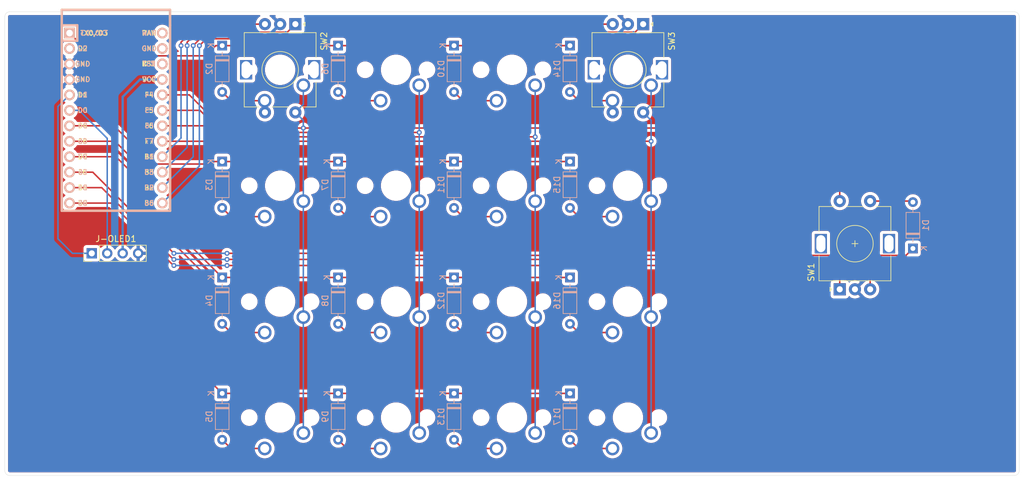
<source format=kicad_pcb>
(kicad_pcb (version 20171130) (host pcbnew "(5.1.9)-1")
  (layers (0 F.Cu signal) (31 B.Cu signal) (34 B.Paste user) (35 F.Paste user) (36 B.SilkS user) (37 F.SilkS user) (38 B.Mask user) (39 F.Mask user) (44 Edge.Cuts user))
  (net 0 "")
  (net 1 +5V)
  (net 2 R0)
  (net 3 "Net-(D1-Pad2)")
  (net 4 R1)
  (net 5 "Net-(D2-Pad2)")
  (net 6 "Net-(D3-Pad2)")
  (net 7 R2)
  (net 8 "Net-(D4-Pad2)")
  (net 9 R3)
  (net 10 "Net-(D5-Pad2)")
  (net 11 R4)
  (net 12 "Net-(D6-Pad2)")
  (net 13 "Net-(D7-Pad2)")
  (net 14 "Net-(D8-Pad2)")
  (net 15 "Net-(D9-Pad2)")
  (net 16 "Net-(D10-Pad2)")
  (net 17 "Net-(D11-Pad2)")
  (net 18 "Net-(D12-Pad2)")
  (net 19 "Net-(D13-Pad2)")
  (net 20 "Net-(D14-Pad2)")
  (net 21 "Net-(D15-Pad2)")
  (net 22 "Net-(D16-Pad2)")
  (net 23 "Net-(D17-Pad2)")
  (net 24 SDA)
  (net 25 SCL)
  (net 26 C0)
  (net 27 C1)
  (net 28 C2)
  (net 29 C3)
  (net 30 ENC0-1)
  (net 31 ENC0-0)
  (net 32 ENC1-0)
  (net 33 ENC1-1)
  (net 34 ENC2-1)
  (net 35 ENC2-0)
  (net 36 "Net-(U1-Pad22)")
  (net 37 "Net-(U1-Pad23)")
  (net 38 "Net-(U1-Pad24)")
  (net 39 GND)
  (net 40 "Net-(U1-Pad2)")
  (module MX_Only:MXOnly-1U-NoLED (layer F.Cu) (at 93.6625 80.9625 180)
    (fp_text reference MX2)
    (fp_text value MX-LED)
    (pad "" np_thru_hole circle (at 5.08 0 228.0996) (size 1.75 1.75) (drill 1.75) (layers *.Cu *.Mask))
    (pad "" np_thru_hole circle (at -5.08 0 228.0996) (size 1.75 1.75) (drill 1.75) (layers *.Cu *.Mask))
    (pad 1 thru_hole circle (at -3.81 -2.54 180) (size 2.25 2.25) (drill 1.47) (layers *.Cu B.Mask) (net 26 C0))
    (pad "" np_thru_hole circle (at 0 0 180) (size 3.9878 3.9878) (drill 3.9878) (layers *.Cu *.Mask))
    (pad 2 thru_hole circle (at 2.54 -5.08 180) (size 2.25 2.25) (drill 1.47) (layers *.Cu B.Mask) (net 6 "Net-(D3-Pad2)"))
  )
  (module Diode_THT:D_DO-35_SOD27_P7.62mm_Horizontal (layer B.Cu) (at 141.2875 115.09375 270)
    (fp_text reference D17 (at 3.81 2.12 90) (layer B.SilkS) (effects (justify mirror)))
    (fp_text value 1N4148)
    (fp_text user K (at 0 1.8 90) (layer B.SilkS) (effects (justify mirror)))
    (pad 2 thru_hole oval (at 7.62 0 270) (size 1.6 1.6) (drill 0.8) (layers *.Cu *.Mask) (net 23 "Net-(D17-Pad2)"))
    (pad 1 thru_hole rect (at 0 0 270) (size 1.6 1.6) (drill 0.8) (layers *.Cu *.Mask) (net 11 R4))
  )
  (module Diode_THT:D_DO-35_SOD27_P7.62mm_Horizontal (layer B.Cu) (at 141.2875 96.04375 270)
    (fp_text reference D16 (at 3.81 2.12 90) (layer B.SilkS) (effects (justify mirror)))
    (fp_text value 1N4148)
    (fp_text user K (at 0 1.8 90) (layer B.SilkS) (effects (justify mirror)))
    (pad 2 thru_hole oval (at 7.62 0 270) (size 1.6 1.6) (drill 0.8) (layers *.Cu *.Mask) (net 22 "Net-(D16-Pad2)"))
    (pad 1 thru_hole rect (at 0 0 270) (size 1.6 1.6) (drill 0.8) (layers *.Cu *.Mask) (net 9 R3))
  )
  (module Diode_THT:D_DO-35_SOD27_P7.62mm_Horizontal (layer B.Cu) (at 141.2875 76.99375 270)
    (fp_text reference D15 (at 3.81 2.12 90) (layer B.SilkS) (effects (justify mirror)))
    (fp_text value 1N4148)
    (fp_text user K (at 0 1.8 90) (layer B.SilkS) (effects (justify mirror)))
    (pad 2 thru_hole oval (at 7.62 0 270) (size 1.6 1.6) (drill 0.8) (layers *.Cu *.Mask) (net 21 "Net-(D15-Pad2)"))
    (pad 1 thru_hole rect (at 0 0 270) (size 1.6 1.6) (drill 0.8) (layers *.Cu *.Mask) (net 7 R2))
  )
  (module Diode_THT:D_DO-35_SOD27_P7.62mm_Horizontal (layer B.Cu) (at 141.2875 57.94375 270)
    (fp_text reference D14 (at 3.81 2.12 90) (layer B.SilkS) (effects (justify mirror)))
    (fp_text value 1N4148)
    (fp_text user K (at 0 1.8 90) (layer B.SilkS) (effects (justify mirror)))
    (pad 2 thru_hole oval (at 7.62 0 270) (size 1.6 1.6) (drill 0.8) (layers *.Cu *.Mask) (net 20 "Net-(D14-Pad2)"))
    (pad 1 thru_hole rect (at 0 0 270) (size 1.6 1.6) (drill 0.8) (layers *.Cu *.Mask) (net 4 R1))
  )
  (module Diode_THT:D_DO-35_SOD27_P7.62mm_Horizontal (layer B.Cu) (at 122.2375 115.09375 270)
    (fp_text reference D13 (at 3.81 2.12 90) (layer B.SilkS) (effects (justify mirror)))
    (fp_text value 1N4148)
    (fp_text user K (at 0 1.8 90) (layer B.SilkS) (effects (justify mirror)))
    (pad 2 thru_hole oval (at 7.62 0 270) (size 1.6 1.6) (drill 0.8) (layers *.Cu *.Mask) (net 19 "Net-(D13-Pad2)"))
    (pad 1 thru_hole rect (at 0 0 270) (size 1.6 1.6) (drill 0.8) (layers *.Cu *.Mask) (net 11 R4))
  )
  (module Diode_THT:D_DO-35_SOD27_P7.62mm_Horizontal (layer B.Cu) (at 122.2375 96.04375 270)
    (fp_text reference D12 (at 3.81 2.12 90) (layer B.SilkS) (effects (justify mirror)))
    (fp_text value 1N4148)
    (fp_text user K (at 0 1.8 90) (layer B.SilkS) (effects (justify mirror)))
    (pad 2 thru_hole oval (at 7.62 0 270) (size 1.6 1.6) (drill 0.8) (layers *.Cu *.Mask) (net 18 "Net-(D12-Pad2)"))
    (pad 1 thru_hole rect (at 0 0 270) (size 1.6 1.6) (drill 0.8) (layers *.Cu *.Mask) (net 9 R3))
  )
  (module Diode_THT:D_DO-35_SOD27_P7.62mm_Horizontal (layer B.Cu) (at 122.2375 76.99375 270)
    (fp_text reference D11 (at 3.81 2.12 90) (layer B.SilkS) (effects (justify mirror)))
    (fp_text value 1N4148)
    (fp_text user K (at 0 1.8 90) (layer B.SilkS) (effects (justify mirror)))
    (pad 2 thru_hole oval (at 7.62 0 270) (size 1.6 1.6) (drill 0.8) (layers *.Cu *.Mask) (net 17 "Net-(D11-Pad2)"))
    (pad 1 thru_hole rect (at 0 0 270) (size 1.6 1.6) (drill 0.8) (layers *.Cu *.Mask) (net 7 R2))
  )
  (module Diode_THT:D_DO-35_SOD27_P7.62mm_Horizontal (layer B.Cu) (at 122.2375 57.94375 270)
    (fp_text reference D10 (at 3.81 2.12 90) (layer B.SilkS) (effects (justify mirror)))
    (fp_text value 1N4148)
    (fp_text user K (at 0 1.8 90) (layer B.SilkS) (effects (justify mirror)))
    (pad 2 thru_hole oval (at 7.62 0 270) (size 1.6 1.6) (drill 0.8) (layers *.Cu *.Mask) (net 16 "Net-(D10-Pad2)"))
    (pad 1 thru_hole rect (at 0 0 270) (size 1.6 1.6) (drill 0.8) (layers *.Cu *.Mask) (net 4 R1))
  )
  (module Diode_THT:D_DO-35_SOD27_P7.62mm_Horizontal (layer B.Cu) (at 103.1875 115.09375 270)
    (fp_text reference D9 (at 3.81 2.12 90) (layer B.SilkS) (effects (justify mirror)))
    (fp_text value 1N4148)
    (fp_text user K (at 0 1.8 90) (layer B.SilkS) (effects (justify mirror)))
    (pad 2 thru_hole oval (at 7.62 0 270) (size 1.6 1.6) (drill 0.8) (layers *.Cu *.Mask) (net 15 "Net-(D9-Pad2)"))
    (pad 1 thru_hole rect (at 0 0 270) (size 1.6 1.6) (drill 0.8) (layers *.Cu *.Mask) (net 11 R4))
  )
  (module Diode_THT:D_DO-35_SOD27_P7.62mm_Horizontal (layer B.Cu) (at 103.1875 96.04375 270)
    (fp_text reference D8 (at 3.81 2.12 90) (layer B.SilkS) (effects (justify mirror)))
    (fp_text value 1N4148)
    (fp_text user K (at 0 1.8 90) (layer B.SilkS) (effects (justify mirror)))
    (pad 2 thru_hole oval (at 7.62 0 270) (size 1.6 1.6) (drill 0.8) (layers *.Cu *.Mask) (net 14 "Net-(D8-Pad2)"))
    (pad 1 thru_hole rect (at 0 0 270) (size 1.6 1.6) (drill 0.8) (layers *.Cu *.Mask) (net 9 R3))
  )
  (module Diode_THT:D_DO-35_SOD27_P7.62mm_Horizontal (layer B.Cu) (at 103.1875 76.99375 270)
    (fp_text reference D7 (at 3.81 2.12 90) (layer B.SilkS) (effects (justify mirror)))
    (fp_text value 1N4148)
    (fp_text user K (at 0 1.8 90) (layer B.SilkS) (effects (justify mirror)))
    (pad 2 thru_hole oval (at 7.62 0 270) (size 1.6 1.6) (drill 0.8) (layers *.Cu *.Mask) (net 13 "Net-(D7-Pad2)"))
    (pad 1 thru_hole rect (at 0 0 270) (size 1.6 1.6) (drill 0.8) (layers *.Cu *.Mask) (net 7 R2))
  )
  (module Diode_THT:D_DO-35_SOD27_P7.62mm_Horizontal (layer B.Cu) (at 103.1875 57.94375 270)
    (fp_text reference D6 (at 3.81 2.12 90) (layer B.SilkS) (effects (justify mirror)))
    (fp_text value 1N4148)
    (fp_text user K (at 0 1.8 90) (layer B.SilkS) (effects (justify mirror)))
    (pad 2 thru_hole oval (at 7.62 0 270) (size 1.6 1.6) (drill 0.8) (layers *.Cu *.Mask) (net 12 "Net-(D6-Pad2)"))
    (pad 1 thru_hole rect (at 0 0 270) (size 1.6 1.6) (drill 0.8) (layers *.Cu *.Mask) (net 4 R1))
  )
  (module Diode_THT:D_DO-35_SOD27_P7.62mm_Horizontal (layer B.Cu) (at 84.1375 115.09375 270)
    (fp_text reference D5 (at 3.81 2.12 90) (layer B.SilkS) (effects (justify mirror)))
    (fp_text value 1N4148)
    (fp_text user K (at 0 1.8 90) (layer B.SilkS) (effects (justify mirror)))
    (pad 2 thru_hole oval (at 7.62 0 270) (size 1.6 1.6) (drill 0.8) (layers *.Cu *.Mask) (net 10 "Net-(D5-Pad2)"))
    (pad 1 thru_hole rect (at 0 0 270) (size 1.6 1.6) (drill 0.8) (layers *.Cu *.Mask) (net 11 R4))
  )
  (module Diode_THT:D_DO-35_SOD27_P7.62mm_Horizontal (layer B.Cu) (at 84.1375 96.04375 270)
    (fp_text reference D4 (at 3.81 2.12 90) (layer B.SilkS) (effects (justify mirror)))
    (fp_text value 1N4148)
    (fp_text user K (at 0 1.8 90) (layer B.SilkS) (effects (justify mirror)))
    (pad 2 thru_hole oval (at 7.62 0 270) (size 1.6 1.6) (drill 0.8) (layers *.Cu *.Mask) (net 8 "Net-(D4-Pad2)"))
    (pad 1 thru_hole rect (at 0 0 270) (size 1.6 1.6) (drill 0.8) (layers *.Cu *.Mask) (net 9 R3))
  )
  (module Diode_THT:D_DO-35_SOD27_P7.62mm_Horizontal (layer B.Cu) (at 84.1375 76.99375 270)
    (fp_text reference D3 (at 3.81 2.12 90) (layer B.SilkS) (effects (justify mirror)))
    (fp_text value 1N4148)
    (fp_text user K (at 0 1.8 90) (layer B.SilkS) (effects (justify mirror)))
    (pad 2 thru_hole oval (at 7.62 0 270) (size 1.6 1.6) (drill 0.8) (layers *.Cu *.Mask) (net 6 "Net-(D3-Pad2)"))
    (pad 1 thru_hole rect (at 0 0 270) (size 1.6 1.6) (drill 0.8) (layers *.Cu *.Mask) (net 7 R2))
  )
  (module Diode_THT:D_DO-35_SOD27_P7.62mm_Horizontal (layer B.Cu) (at 84.1375 57.94375 270)
    (fp_text reference D2 (at 3.81 2.12 90) (layer B.SilkS) (effects (justify mirror)))
    (fp_text value 1N4148)
    (fp_text user K (at 0 1.8 90) (layer B.SilkS) (effects (justify mirror)))
    (pad 2 thru_hole oval (at 7.62 0 270) (size 1.6 1.6) (drill 0.8) (layers *.Cu *.Mask) (net 5 "Net-(D2-Pad2)"))
    (pad 1 thru_hole rect (at 0 0 270) (size 1.6 1.6) (drill 0.8) (layers *.Cu *.Mask) (net 4 R1))
  )
  (module Diode_THT:D_DO-35_SOD27_P7.62mm_Horizontal (layer B.Cu) (at 197.64375 91.28125 90)
    (fp_text reference D1 (at 3.81 2.12 90) (layer B.SilkS) (effects (justify mirror)))
    (fp_text value 1N4148)
    (fp_text user K (at 0 1.8 90) (layer B.SilkS) (effects (justify mirror)))
    (pad 2 thru_hole oval (at 7.62 0 90) (size 1.6 1.6) (drill 0.8) (layers *.Cu *.Mask) (net 3 "Net-(D1-Pad2)"))
    (pad 1 thru_hole rect (at 0 0 90) (size 1.6 1.6) (drill 0.8) (layers *.Cu *.Mask) (net 2 R0))
  )
  (module Rotary_Encoder:RotaryEncoder_Alps_EC11E-Switch_Vertical_H20mm (layer F.Cu) (at 93.6625 61.9125 270)
    (fp_text reference SW2 (at -4.7 -7.2 90) (layer F.SilkS))
    (fp_text value Rotary_Encoder_Switch)
    (pad A thru_hole rect (at -7.5 -2.5 270) (size 2 2) (drill 1) (layers *.Cu *.Mask) (net 32 ENC1-0))
    (pad C thru_hole circle (at -7.5 0 270) (size 2 2) (drill 1) (layers *.Cu *.Mask) (net 39 GND))
    (pad B thru_hole circle (at -7.5 2.5 270) (size 2 2) (drill 1) (layers *.Cu *.Mask) (net 33 ENC1-1))
    (pad MP thru_hole rect (at 0 -5.6 270) (size 3.2 2) (drill oval 2.8 1.5) (layers *.Cu *.Mask))
    (pad MP thru_hole rect (at 0 5.6 270) (size 3.2 2) (drill oval 2.8 1.5) (layers *.Cu *.Mask))
    (pad S2 thru_hole circle (at 7 -2.5 270) (size 2 2) (drill 1) (layers *.Cu *.Mask) (net 26 C0))
    (pad S1 thru_hole circle (at 7 2.5 270) (size 2 2) (drill 1) (layers *.Cu *.Mask) (net 5 "Net-(D2-Pad2)"))
  )
  (module Rotary_Encoder:RotaryEncoder_Alps_EC11E-Switch_Vertical_H20mm (layer F.Cu) (at 150.8125 61.9125 270)
    (fp_text reference SW3 (at -4.7 -7.2 270) (layer F.SilkS))
    (fp_text value Rotary_Encoder_Switch)
    (pad S1 thru_hole circle (at 7 2.5 270) (size 2 2) (drill 1) (layers *.Cu *.Mask) (net 20 "Net-(D14-Pad2)"))
    (pad S2 thru_hole circle (at 7 -2.5 270) (size 2 2) (drill 1) (layers *.Cu *.Mask) (net 29 C3))
    (pad MP thru_hole rect (at 0 5.6 270) (size 3.2 2) (drill oval 2.8 1.5) (layers *.Cu *.Mask))
    (pad MP thru_hole rect (at 0 -5.6 270) (size 3.2 2) (drill oval 2.8 1.5) (layers *.Cu *.Mask))
    (pad B thru_hole circle (at -7.5 2.5 270) (size 2 2) (drill 1) (layers *.Cu *.Mask) (net 34 ENC2-1))
    (pad C thru_hole circle (at -7.5 0 270) (size 2 2) (drill 1) (layers *.Cu *.Mask) (net 39 GND))
    (pad A thru_hole rect (at -7.5 -2.5 270) (size 2 2) (drill 1) (layers *.Cu *.Mask) (net 35 ENC2-0))
  )
  (module Rotary_Encoder:RotaryEncoder_Alps_EC11E-Switch_Vertical_H20mm (layer F.Cu) (at 188.11875 90.4875 90)
    (fp_text reference SW1 (at -4.7 -7.2 90) (layer F.SilkS))
    (fp_text value Rotary_Encoder_Switch)
    (pad S1 thru_hole circle (at 7 2.5 90) (size 2 2) (drill 1) (layers *.Cu *.Mask) (net 3 "Net-(D1-Pad2)"))
    (pad S2 thru_hole circle (at 7 -2.5 90) (size 2 2) (drill 1) (layers *.Cu *.Mask) (net 26 C0))
    (pad MP thru_hole rect (at 0 5.6 90) (size 3.2 2) (drill oval 2.8 1.5) (layers *.Cu *.Mask))
    (pad MP thru_hole rect (at 0 -5.6 90) (size 3.2 2) (drill oval 2.8 1.5) (layers *.Cu *.Mask))
    (pad B thru_hole circle (at -7.5 2.5 90) (size 2 2) (drill 1) (layers *.Cu *.Mask) (net 30 ENC0-1))
    (pad C thru_hole circle (at -7.5 0 90) (size 2 2) (drill 1) (layers *.Cu *.Mask) (net 39 GND))
    (pad A thru_hole rect (at -7.5 -2.5 90) (size 2 2) (drill 1) (layers *.Cu *.Mask) (net 31 ENC0-0))
  )
  (module Keebio-Parts:ArduinoProMicro (layer F.Cu) (at 66.675 69.85 270)
    (fp_text reference U1 hide)
    (fp_text value ProMicro hide)
    (fp_text user D2 (at -11.43 5.461) (layer B.SilkS) (effects (font (size 0.8 0.8)) (justify mirror)))
    (fp_text user D0 (at -1.27 5.461) (layer B.SilkS) (effects (font (size 0.8 0.8)) (justify mirror)))
    (fp_text user D1 (at -3.81 5.461) (layer B.SilkS) (effects (font (size 0.8 0.8)) (justify mirror)))
    (fp_text user GND (at -6.35 5.461) (layer B.SilkS) (effects (font (size 0.8 0.8)) (justify mirror)))
    (fp_text user GND (at -8.89 5.461) (layer B.SilkS) (effects (font (size 0.8 0.8)) (justify mirror)))
    (fp_text user D4 (at 1.27 5.461) (layer B.SilkS) (effects (font (size 0.8 0.8)) (justify mirror)))
    (fp_text user C6 (at 3.81 5.461) (layer B.SilkS) (effects (font (size 0.8 0.8)) (justify mirror)))
    (fp_text user D7 (at 6.35 5.461) (layer B.SilkS) (effects (font (size 0.8 0.8)) (justify mirror)))
    (fp_text user E6 (at 8.89 5.461) (layer B.SilkS) (effects (font (size 0.8 0.8)) (justify mirror)))
    (fp_text user B4 (at 11.43 5.461) (layer B.SilkS) (effects (font (size 0.8 0.8)) (justify mirror)))
    (fp_text user B5 (at 13.97 5.461) (layer B.SilkS) (effects (font (size 0.8 0.8)) (justify mirror)))
    (fp_text user B6 (at 13.97 -5.461) (layer B.SilkS) (effects (font (size 0.8 0.8)) (justify mirror)))
    (fp_text user B2 (at 11.43 -5.461) (layer F.SilkS) (effects (font (size 0.8 0.8))))
    (fp_text user B3 (at 8.89 -5.461) (layer B.SilkS) (effects (font (size 0.8 0.8)) (justify mirror)))
    (fp_text user B1 (at 6.35 -5.461) (layer B.SilkS) (effects (font (size 0.8 0.8)) (justify mirror)))
    (fp_text user F7 (at 3.81 -5.461) (layer F.SilkS) (effects (font (size 0.8 0.8))))
    (fp_text user F6 (at 1.27 -5.461) (layer F.SilkS) (effects (font (size 0.8 0.8))))
    (fp_text user F5 (at -1.27 -5.461) (layer F.SilkS) (effects (font (size 0.8 0.8))))
    (fp_text user F4 (at -3.81 -5.461) (layer B.SilkS) (effects (font (size 0.8 0.8)) (justify mirror)))
    (fp_text user VCC (at -6.35 -5.461) (layer B.SilkS) (effects (font (size 0.8 0.8)) (justify mirror)))
    (fp_text user GND (at -11.43 -5.461) (layer B.SilkS) (effects (font (size 0.8 0.8)) (justify mirror)))
    (fp_text user RAW (at -13.97 -5.461) (layer B.SilkS) (effects (font (size 0.8 0.8)) (justify mirror)))
    (fp_text user RAW (at -13.97 -5.461) (layer F.SilkS) (effects (font (size 0.8 0.8))))
    (fp_text user GND (at -11.43 -5.461) (layer F.SilkS) (effects (font (size 0.8 0.8))))
    (fp_text user ST (at -8.92 -5.73312) (layer F.SilkS) (effects (font (size 0.8 0.8))))
    (fp_text user VCC (at -6.35 -5.461) (layer F.SilkS) (effects (font (size 0.8 0.8))))
    (fp_text user F4 (at -3.81 -5.461) (layer F.SilkS) (effects (font (size 0.8 0.8))))
    (fp_text user F5 (at -1.27 -5.461) (layer B.SilkS) (effects (font (size 0.8 0.8)) (justify mirror)))
    (fp_text user F6 (at 1.27 -5.461) (layer B.SilkS) (effects (font (size 0.8 0.8)) (justify mirror)))
    (fp_text user F7 (at 3.81 -5.461) (layer B.SilkS) (effects (font (size 0.8 0.8)) (justify mirror)))
    (fp_text user B1 (at 6.35 -5.461) (layer F.SilkS) (effects (font (size 0.8 0.8))))
    (fp_text user B3 (at 8.89 -5.461) (layer F.SilkS) (effects (font (size 0.8 0.8))))
    (fp_text user B2 (at 11.43 -5.461) (layer B.SilkS) (effects (font (size 0.8 0.8)) (justify mirror)))
    (fp_text user B6 (at 13.97 -5.461) (layer F.SilkS) (effects (font (size 0.8 0.8))))
    (fp_text user B5 (at 13.97 5.461) (layer F.SilkS) (effects (font (size 0.8 0.8))))
    (fp_text user B4 (at 11.43 5.461) (layer F.SilkS) (effects (font (size 0.8 0.8))))
    (fp_text user E6 (at 8.89 5.461) (layer F.SilkS) (effects (font (size 0.8 0.8))))
    (fp_text user D7 (at 6.35 5.461) (layer F.SilkS) (effects (font (size 0.8 0.8))))
    (fp_text user C6 (at 3.81 5.461) (layer F.SilkS) (effects (font (size 0.8 0.8))))
    (fp_text user D4 (at 1.27 5.461) (layer F.SilkS) (effects (font (size 0.8 0.8))))
    (fp_text user GND (at -8.89 5.461) (layer F.SilkS) (effects (font (size 0.8 0.8))))
    (fp_text user GND (at -6.35 5.461) (layer F.SilkS) (effects (font (size 0.8 0.8))))
    (fp_text user D1 (at -3.81 5.461) (layer F.SilkS) (effects (font (size 0.8 0.8))))
    (fp_text user D0 (at -1.27 5.461) (layer F.SilkS) (effects (font (size 0.8 0.8))))
    (fp_text user D2 (at -11.43 5.461) (layer F.SilkS) (effects (font (size 0.8 0.8))))
    (fp_text user TX0/D3 (at -13.97 3.571872) (layer B.SilkS) (effects (font (size 0.8 0.8)) (justify mirror)))
    (fp_text user TX0/D3 (at -13.97 3.571872) (layer F.SilkS) (effects (font (size 0.8 0.8))))
    (fp_text user ST (at -8.91 -5.04) (layer B.SilkS) (effects (font (size 0.8 0.8)) (justify mirror)))
    (pad 1 thru_hole rect (at -13.97 7.62 270) (size 1.7526 1.7526) (drill 1.0922) (layers *.Cu *.SilkS *.Mask) (net 4 R1))
    (pad 2 thru_hole circle (at -11.43 7.62 270) (size 1.7526 1.7526) (drill 1.0922) (layers *.Cu *.SilkS *.Mask) (net 40 "Net-(U1-Pad2)"))
    (pad 3 thru_hole circle (at -8.89 7.62 270) (size 1.7526 1.7526) (drill 1.0922) (layers *.Cu *.SilkS *.Mask) (net 39 GND))
    (pad 4 thru_hole circle (at -6.35 7.62 270) (size 1.7526 1.7526) (drill 1.0922) (layers *.Cu *.SilkS *.Mask) (net 39 GND))
    (pad 5 thru_hole circle (at -3.81 7.62 270) (size 1.7526 1.7526) (drill 1.0922) (layers *.Cu *.SilkS *.Mask) (net 24 SDA))
    (pad 6 thru_hole circle (at -1.27 7.62 270) (size 1.7526 1.7526) (drill 1.0922) (layers *.Cu *.SilkS *.Mask) (net 25 SCL))
    (pad 7 thru_hole circle (at 1.27 7.62 270) (size 1.7526 1.7526) (drill 1.0922) (layers *.Cu *.SilkS *.Mask) (net 7 R2))
    (pad 8 thru_hole circle (at 3.81 7.62 270) (size 1.7526 1.7526) (drill 1.0922) (layers *.Cu *.SilkS *.Mask) (net 9 R3))
    (pad 9 thru_hole circle (at 6.35 7.62 270) (size 1.7526 1.7526) (drill 1.0922) (layers *.Cu *.SilkS *.Mask) (net 11 R4))
    (pad 10 thru_hole circle (at 8.89 7.62 270) (size 1.7526 1.7526) (drill 1.0922) (layers *.Cu *.SilkS *.Mask) (net 2 R0))
    (pad 11 thru_hole circle (at 11.43 7.62 270) (size 1.7526 1.7526) (drill 1.0922) (layers *.Cu *.SilkS *.Mask) (net 30 ENC0-1))
    (pad 13 thru_hole circle (at 13.97 -7.62 270) (size 1.7526 1.7526) (drill 1.0922) (layers *.Cu *.SilkS *.Mask) (net 35 ENC2-0))
    (pad 14 thru_hole circle (at 11.43 -7.62 270) (size 1.7526 1.7526) (drill 1.0922) (layers *.Cu *.SilkS *.Mask) (net 34 ENC2-1))
    (pad 15 thru_hole circle (at 8.89 -7.62 270) (size 1.7526 1.7526) (drill 1.0922) (layers *.Cu *.SilkS *.Mask) (net 32 ENC1-0))
    (pad 16 thru_hole circle (at 6.35 -7.62 270) (size 1.7526 1.7526) (drill 1.0922) (layers *.Cu *.SilkS *.Mask) (net 33 ENC1-1))
    (pad 17 thru_hole circle (at 3.81 -7.62 270) (size 1.7526 1.7526) (drill 1.0922) (layers *.Cu *.SilkS *.Mask) (net 29 C3))
    (pad 18 thru_hole circle (at 1.27 -7.62 270) (size 1.7526 1.7526) (drill 1.0922) (layers *.Cu *.SilkS *.Mask) (net 28 C2))
    (pad 19 thru_hole circle (at -1.27 -7.62 270) (size 1.7526 1.7526) (drill 1.0922) (layers *.Cu *.SilkS *.Mask) (net 27 C1))
    (pad 20 thru_hole circle (at -3.81 -7.62 270) (size 1.7526 1.7526) (drill 1.0922) (layers *.Cu *.SilkS *.Mask) (net 26 C0))
    (pad 21 thru_hole circle (at -6.35 -7.62 270) (size 1.7526 1.7526) (drill 1.0922) (layers *.Cu *.SilkS *.Mask) (net 1 +5V))
    (pad 22 thru_hole circle (at -8.89 -7.62 270) (size 1.7526 1.7526) (drill 1.0922) (layers *.Cu *.SilkS *.Mask) (net 36 "Net-(U1-Pad22)"))
    (pad 23 thru_hole circle (at -11.43 -7.62 270) (size 1.7526 1.7526) (drill 1.0922) (layers *.Cu *.SilkS *.Mask) (net 37 "Net-(U1-Pad23)"))
    (pad 12 thru_hole circle (at 13.97 7.62 270) (size 1.7526 1.7526) (drill 1.0922) (layers *.Cu *.SilkS *.Mask) (net 31 ENC0-0))
    (pad 24 thru_hole circle (at -13.97 -7.62 270) (size 1.7526 1.7526) (drill 1.0922) (layers *.Cu *.SilkS *.Mask) (net 38 "Net-(U1-Pad24)"))
  )
  (module Connector_PinHeader_2.54mm:PinHeader_1x04_P2.54mm_Vertical (layer F.Cu) (at 62.70625 92.075 90)
    (fp_text reference J-OLED1 (at 2.38125 3.96875 180) (layer F.SilkS))
    (fp_text value Conn_01x04)
    (pad 1 thru_hole rect (at 0 0 90) (size 1.7 1.7) (drill 1) (layers *.Cu *.Mask) (net 24 SDA))
    (pad 2 thru_hole oval (at 0 2.54 90) (size 1.7 1.7) (drill 1) (layers *.Cu *.Mask) (net 25 SCL))
    (pad 3 thru_hole oval (at 0 5.08 90) (size 1.7 1.7) (drill 1) (layers *.Cu *.Mask) (net 1 +5V))
    (pad 4 thru_hole oval (at 0 7.62 90) (size 1.7 1.7) (drill 1) (layers *.Cu *.Mask) (net 39 GND))
  )
  (module MX_Only:MXOnly-1U-NoLED (layer F.Cu) (at 93.6625 61.9125 180)
    (fp_text reference MX1)
    (fp_text value MX-LED)
    (pad 2 thru_hole circle (at 2.54 -5.08 180) (size 2.25 2.25) (drill 1.47) (layers *.Cu B.Mask) (net 5 "Net-(D2-Pad2)"))
    (pad "" np_thru_hole circle (at 0 0 180) (size 3.9878 3.9878) (drill 3.9878) (layers *.Cu *.Mask))
    (pad 1 thru_hole circle (at -3.81 -2.54 180) (size 2.25 2.25) (drill 1.47) (layers *.Cu B.Mask) (net 26 C0))
    (pad "" np_thru_hole circle (at -5.08 0 228.0996) (size 1.75 1.75) (drill 1.75) (layers *.Cu *.Mask))
    (pad "" np_thru_hole circle (at 5.08 0 228.0996) (size 1.75 1.75) (drill 1.75) (layers *.Cu *.Mask))
  )
  (module MX_Only:MXOnly-1U-NoLED (layer F.Cu) (at 93.6625 100.0125 180)
    (fp_text reference MX3)
    (fp_text value MX-LED)
    (pad 2 thru_hole circle (at 2.54 -5.08 180) (size 2.25 2.25) (drill 1.47) (layers *.Cu B.Mask) (net 8 "Net-(D4-Pad2)"))
    (pad "" np_thru_hole circle (at 0 0 180) (size 3.9878 3.9878) (drill 3.9878) (layers *.Cu *.Mask))
    (pad 1 thru_hole circle (at -3.81 -2.54 180) (size 2.25 2.25) (drill 1.47) (layers *.Cu B.Mask) (net 26 C0))
    (pad "" np_thru_hole circle (at -5.08 0 228.0996) (size 1.75 1.75) (drill 1.75) (layers *.Cu *.Mask))
    (pad "" np_thru_hole circle (at 5.08 0 228.0996) (size 1.75 1.75) (drill 1.75) (layers *.Cu *.Mask))
  )
  (module MX_Only:MXOnly-1U-NoLED (layer F.Cu) (at 93.6625 119.0625 180)
    (fp_text reference MX4)
    (fp_text value MX-LED)
    (pad "" np_thru_hole circle (at 5.08 0 228.0996) (size 1.75 1.75) (drill 1.75) (layers *.Cu *.Mask))
    (pad "" np_thru_hole circle (at -5.08 0 228.0996) (size 1.75 1.75) (drill 1.75) (layers *.Cu *.Mask))
    (pad 1 thru_hole circle (at -3.81 -2.54 180) (size 2.25 2.25) (drill 1.47) (layers *.Cu B.Mask) (net 26 C0))
    (pad "" np_thru_hole circle (at 0 0 180) (size 3.9878 3.9878) (drill 3.9878) (layers *.Cu *.Mask))
    (pad 2 thru_hole circle (at 2.54 -5.08 180) (size 2.25 2.25) (drill 1.47) (layers *.Cu B.Mask) (net 10 "Net-(D5-Pad2)"))
  )
  (module MX_Only:MXOnly-1U-NoLED (layer F.Cu) (at 112.7125 61.9125 180)
    (fp_text reference MX5)
    (fp_text value MX-LED)
    (pad 2 thru_hole circle (at 2.54 -5.08 180) (size 2.25 2.25) (drill 1.47) (layers *.Cu B.Mask) (net 12 "Net-(D6-Pad2)"))
    (pad "" np_thru_hole circle (at 0 0 180) (size 3.9878 3.9878) (drill 3.9878) (layers *.Cu *.Mask))
    (pad 1 thru_hole circle (at -3.81 -2.54 180) (size 2.25 2.25) (drill 1.47) (layers *.Cu B.Mask) (net 27 C1))
    (pad "" np_thru_hole circle (at -5.08 0 228.0996) (size 1.75 1.75) (drill 1.75) (layers *.Cu *.Mask))
    (pad "" np_thru_hole circle (at 5.08 0 228.0996) (size 1.75 1.75) (drill 1.75) (layers *.Cu *.Mask))
  )
  (module MX_Only:MXOnly-1U-NoLED (layer F.Cu) (at 112.7125 80.9625 180)
    (fp_text reference MX6)
    (fp_text value MX-LED)
    (pad "" np_thru_hole circle (at 5.08 0 228.0996) (size 1.75 1.75) (drill 1.75) (layers *.Cu *.Mask))
    (pad "" np_thru_hole circle (at -5.08 0 228.0996) (size 1.75 1.75) (drill 1.75) (layers *.Cu *.Mask))
    (pad 1 thru_hole circle (at -3.81 -2.54 180) (size 2.25 2.25) (drill 1.47) (layers *.Cu B.Mask) (net 27 C1))
    (pad "" np_thru_hole circle (at 0 0 180) (size 3.9878 3.9878) (drill 3.9878) (layers *.Cu *.Mask))
    (pad 2 thru_hole circle (at 2.54 -5.08 180) (size 2.25 2.25) (drill 1.47) (layers *.Cu B.Mask) (net 13 "Net-(D7-Pad2)"))
  )
  (module MX_Only:MXOnly-1U-NoLED (layer F.Cu) (at 112.7125 100.0125 180)
    (fp_text reference MX7)
    (fp_text value MX-LED)
    (pad 2 thru_hole circle (at 2.54 -5.08 180) (size 2.25 2.25) (drill 1.47) (layers *.Cu B.Mask) (net 14 "Net-(D8-Pad2)"))
    (pad "" np_thru_hole circle (at 0 0 180) (size 3.9878 3.9878) (drill 3.9878) (layers *.Cu *.Mask))
    (pad 1 thru_hole circle (at -3.81 -2.54 180) (size 2.25 2.25) (drill 1.47) (layers *.Cu B.Mask) (net 27 C1))
    (pad "" np_thru_hole circle (at -5.08 0 228.0996) (size 1.75 1.75) (drill 1.75) (layers *.Cu *.Mask))
    (pad "" np_thru_hole circle (at 5.08 0 228.0996) (size 1.75 1.75) (drill 1.75) (layers *.Cu *.Mask))
  )
  (module MX_Only:MXOnly-1U-NoLED (layer F.Cu) (at 112.7125 119.0625 180)
    (fp_text reference MX8)
    (fp_text value MX-LED)
    (pad "" np_thru_hole circle (at 5.08 0 228.0996) (size 1.75 1.75) (drill 1.75) (layers *.Cu *.Mask))
    (pad "" np_thru_hole circle (at -5.08 0 228.0996) (size 1.75 1.75) (drill 1.75) (layers *.Cu *.Mask))
    (pad 1 thru_hole circle (at -3.81 -2.54 180) (size 2.25 2.25) (drill 1.47) (layers *.Cu B.Mask) (net 27 C1))
    (pad "" np_thru_hole circle (at 0 0 180) (size 3.9878 3.9878) (drill 3.9878) (layers *.Cu *.Mask))
    (pad 2 thru_hole circle (at 2.54 -5.08 180) (size 2.25 2.25) (drill 1.47) (layers *.Cu B.Mask) (net 15 "Net-(D9-Pad2)"))
  )
  (module MX_Only:MXOnly-1U-NoLED (layer F.Cu) (at 131.7625 61.9125 180)
    (fp_text reference MX9)
    (fp_text value MX-LED)
    (pad 2 thru_hole circle (at 2.54 -5.08 180) (size 2.25 2.25) (drill 1.47) (layers *.Cu B.Mask) (net 16 "Net-(D10-Pad2)"))
    (pad "" np_thru_hole circle (at 0 0 180) (size 3.9878 3.9878) (drill 3.9878) (layers *.Cu *.Mask))
    (pad 1 thru_hole circle (at -3.81 -2.54 180) (size 2.25 2.25) (drill 1.47) (layers *.Cu B.Mask) (net 28 C2))
    (pad "" np_thru_hole circle (at -5.08 0 228.0996) (size 1.75 1.75) (drill 1.75) (layers *.Cu *.Mask))
    (pad "" np_thru_hole circle (at 5.08 0 228.0996) (size 1.75 1.75) (drill 1.75) (layers *.Cu *.Mask))
  )
  (module MX_Only:MXOnly-1U-NoLED (layer F.Cu) (at 131.7625 80.9625 180)
    (fp_text reference MX10)
    (fp_text value MX-LED)
    (pad 2 thru_hole circle (at 2.54 -5.08 180) (size 2.25 2.25) (drill 1.47) (layers *.Cu B.Mask) (net 17 "Net-(D11-Pad2)"))
    (pad "" np_thru_hole circle (at 0 0 180) (size 3.9878 3.9878) (drill 3.9878) (layers *.Cu *.Mask))
    (pad 1 thru_hole circle (at -3.81 -2.54 180) (size 2.25 2.25) (drill 1.47) (layers *.Cu B.Mask) (net 28 C2))
    (pad "" np_thru_hole circle (at -5.08 0 228.0996) (size 1.75 1.75) (drill 1.75) (layers *.Cu *.Mask))
    (pad "" np_thru_hole circle (at 5.08 0 228.0996) (size 1.75 1.75) (drill 1.75) (layers *.Cu *.Mask))
  )
  (module MX_Only:MXOnly-1U-NoLED (layer F.Cu) (at 131.7625 100.0125 180)
    (fp_text reference MX11)
    (fp_text value MX-LED)
    (pad "" np_thru_hole circle (at 5.08 0 228.0996) (size 1.75 1.75) (drill 1.75) (layers *.Cu *.Mask))
    (pad "" np_thru_hole circle (at -5.08 0 228.0996) (size 1.75 1.75) (drill 1.75) (layers *.Cu *.Mask))
    (pad 1 thru_hole circle (at -3.81 -2.54 180) (size 2.25 2.25) (drill 1.47) (layers *.Cu B.Mask) (net 28 C2))
    (pad "" np_thru_hole circle (at 0 0 180) (size 3.9878 3.9878) (drill 3.9878) (layers *.Cu *.Mask))
    (pad 2 thru_hole circle (at 2.54 -5.08 180) (size 2.25 2.25) (drill 1.47) (layers *.Cu B.Mask) (net 18 "Net-(D12-Pad2)"))
  )
  (module MX_Only:MXOnly-1U-NoLED (layer F.Cu) (at 131.7625 119.0625 180)
    (fp_text reference MX12)
    (fp_text value MX-LED)
    (pad 2 thru_hole circle (at 2.54 -5.08 180) (size 2.25 2.25) (drill 1.47) (layers *.Cu B.Mask) (net 19 "Net-(D13-Pad2)"))
    (pad "" np_thru_hole circle (at 0 0 180) (size 3.9878 3.9878) (drill 3.9878) (layers *.Cu *.Mask))
    (pad 1 thru_hole circle (at -3.81 -2.54 180) (size 2.25 2.25) (drill 1.47) (layers *.Cu B.Mask) (net 28 C2))
    (pad "" np_thru_hole circle (at -5.08 0 228.0996) (size 1.75 1.75) (drill 1.75) (layers *.Cu *.Mask))
    (pad "" np_thru_hole circle (at 5.08 0 228.0996) (size 1.75 1.75) (drill 1.75) (layers *.Cu *.Mask))
  )
  (module MX_Only:MXOnly-1U-NoLED (layer F.Cu) (at 150.8125 61.9125 180)
    (fp_text reference MX13)
    (fp_text value MX-LED)
    (pad "" np_thru_hole circle (at 5.08 0 228.0996) (size 1.75 1.75) (drill 1.75) (layers *.Cu *.Mask))
    (pad "" np_thru_hole circle (at -5.08 0 228.0996) (size 1.75 1.75) (drill 1.75) (layers *.Cu *.Mask))
    (pad 1 thru_hole circle (at -3.81 -2.54 180) (size 2.25 2.25) (drill 1.47) (layers *.Cu B.Mask) (net 29 C3))
    (pad "" np_thru_hole circle (at 0 0 180) (size 3.9878 3.9878) (drill 3.9878) (layers *.Cu *.Mask))
    (pad 2 thru_hole circle (at 2.54 -5.08 180) (size 2.25 2.25) (drill 1.47) (layers *.Cu B.Mask) (net 20 "Net-(D14-Pad2)"))
  )
  (module MX_Only:MXOnly-1U-NoLED (layer F.Cu) (at 150.8125 80.9625 180)
    (fp_text reference MX14)
    (fp_text value MX-LED)
    (pad 2 thru_hole circle (at 2.54 -5.08 180) (size 2.25 2.25) (drill 1.47) (layers *.Cu B.Mask) (net 21 "Net-(D15-Pad2)"))
    (pad "" np_thru_hole circle (at 0 0 180) (size 3.9878 3.9878) (drill 3.9878) (layers *.Cu *.Mask))
    (pad 1 thru_hole circle (at -3.81 -2.54 180) (size 2.25 2.25) (drill 1.47) (layers *.Cu B.Mask) (net 29 C3))
    (pad "" np_thru_hole circle (at -5.08 0 228.0996) (size 1.75 1.75) (drill 1.75) (layers *.Cu *.Mask))
    (pad "" np_thru_hole circle (at 5.08 0 228.0996) (size 1.75 1.75) (drill 1.75) (layers *.Cu *.Mask))
  )
  (module MX_Only:MXOnly-1U-NoLED (layer F.Cu) (at 150.8125 100.0125 180)
    (fp_text reference MX15)
    (fp_text value MX-LED)
    (pad "" np_thru_hole circle (at 5.08 0 228.0996) (size 1.75 1.75) (drill 1.75) (layers *.Cu *.Mask))
    (pad "" np_thru_hole circle (at -5.08 0 228.0996) (size 1.75 1.75) (drill 1.75) (layers *.Cu *.Mask))
    (pad 1 thru_hole circle (at -3.81 -2.54 180) (size 2.25 2.25) (drill 1.47) (layers *.Cu B.Mask) (net 29 C3))
    (pad "" np_thru_hole circle (at 0 0 180) (size 3.9878 3.9878) (drill 3.9878) (layers *.Cu *.Mask))
    (pad 2 thru_hole circle (at 2.54 -5.08 180) (size 2.25 2.25) (drill 1.47) (layers *.Cu B.Mask) (net 22 "Net-(D16-Pad2)"))
  )
  (module MX_Only:MXOnly-1U-NoLED (layer F.Cu) (at 150.8125 119.0625 180)
    (fp_text reference MX16)
    (fp_text value MX-LED)
    (pad "" np_thru_hole circle (at 5.08 0 228.0996) (size 1.75 1.75) (drill 1.75) (layers *.Cu *.Mask))
    (pad "" np_thru_hole circle (at -5.08 0 228.0996) (size 1.75 1.75) (drill 1.75) (layers *.Cu *.Mask))
    (pad 1 thru_hole circle (at -3.81 -2.54 180) (size 2.25 2.25) (drill 1.47) (layers *.Cu B.Mask) (net 29 C3))
    (pad "" np_thru_hole circle (at 0 0 180) (size 3.9878 3.9878) (drill 3.9878) (layers *.Cu *.Mask))
    (pad 2 thru_hole circle (at 2.54 -5.08 180) (size 2.25 2.25) (drill 1.47) (layers *.Cu B.Mask) (net 23 "Net-(D17-Pad2)"))
  )
  (gr_line (start 215.10625 127.79375) (end 215.10625 90.4875) (layer Edge.Cuts) (width 0.05))
  (gr_arc (start 214.3125 127.79375) (end 214.3125 128.5875) (angle -90) (layer Edge.Cuts) (width 0.05))
  (gr_line (start 49.2125 128.5875) (end 214.3125 128.5875) (layer Edge.Cuts) (width 0.05))
  (gr_arc (start 49.2125 127.79375) (end 48.41875 127.79375) (angle -90) (layer Edge.Cuts) (width 0.05))
  (gr_line (start 48.41875 53.18125) (end 48.41875 127.79375) (layer Edge.Cuts) (width 0.05))
  (gr_arc (start 49.2125 53.18125) (end 49.2125 52.3875) (angle -90) (layer Edge.Cuts) (width 0.05))
  (gr_line (start 214.3125 52.3875) (end 49.2125 52.3875) (layer Edge.Cuts) (width 0.05))
  (gr_arc (start 214.3125 53.18125) (end 215.10625 53.18125) (angle -90) (layer Edge.Cuts) (width 0.05))
  (gr_line (start 215.10625 90.4875) (end 215.10625 53.18125) (layer Edge.Cuts) (width 0.05))
  (segment (start 67.78625 92.075) (end 67.78625 66.3575) (width 0.381) (layer B.Cu) (net 1))
  (segment (start 70.64375 63.5) (end 74.295 63.5) (width 0.381) (layer B.Cu) (net 1))
  (segment (start 67.78625 66.3575) (end 70.64375 63.5) (width 0.381) (layer B.Cu) (net 1))
  (via (at 76.2 92.075) (size 0.8) (drill 0.4) (layers F.Cu B.Cu) (net 2))
  (segment (start 62.865 78.74) (end 76.2 92.075) (width 0.25) (layer F.Cu) (net 2))
  (segment (start 59.055 78.74) (end 62.865 78.74) (width 0.25) (layer F.Cu) (net 2))
  (via (at 84.93125 92.075) (size 0.8) (drill 0.4) (layers F.Cu B.Cu) (net 2))
  (segment (start 76.2 92.075) (end 84.93125 92.075) (width 0.25) (layer B.Cu) (net 2))
  (segment (start 196.512499 92.412501) (end 197.64375 91.28125) (width 0.25) (layer F.Cu) (net 2))
  (segment (start 110.668751 92.412501) (end 196.512499 92.412501) (width 0.25) (layer F.Cu) (net 2))
  (segment (start 110.33125 92.075) (end 110.668751 92.412501) (width 0.25) (layer F.Cu) (net 2))
  (segment (start 84.93125 92.075) (end 110.33125 92.075) (width 0.25) (layer F.Cu) (net 2))
  (segment (start 197.47 83.4875) (end 197.64375 83.66125) (width 0.25) (layer F.Cu) (net 3))
  (segment (start 190.61875 83.4875) (end 197.47 83.4875) (width 0.25) (layer F.Cu) (net 3))
  (segment (start 84.1375 57.94375) (end 141.2875 57.94375) (width 0.25) (layer F.Cu) (net 4))
  (segment (start 62.796301 59.621301) (end 59.055 55.88) (width 0.25) (layer F.Cu) (net 4))
  (segment (start 81.409949 59.621301) (end 62.796301 59.621301) (width 0.25) (layer F.Cu) (net 4))
  (segment (start 83.0875 57.94375) (end 81.409949 59.621301) (width 0.25) (layer F.Cu) (net 4))
  (segment (start 84.1375 57.94375) (end 83.0875 57.94375) (width 0.25) (layer F.Cu) (net 4))
  (segment (start 85.56625 66.9925) (end 84.1375 65.56375) (width 0.25) (layer F.Cu) (net 5))
  (segment (start 91.1225 66.9925) (end 85.56625 66.9925) (width 0.25) (layer F.Cu) (net 5))
  (segment (start 85.56625 86.0425) (end 84.1375 84.61375) (width 0.25) (layer F.Cu) (net 6))
  (segment (start 91.1225 86.0425) (end 85.56625 86.0425) (width 0.25) (layer F.Cu) (net 6))
  (segment (start 141.2875 76.99375) (end 84.1375 76.99375) (width 0.25) (layer F.Cu) (net 7))
  (segment (start 82.55 76.99375) (end 84.1375 76.99375) (width 0.25) (layer F.Cu) (net 7))
  (segment (start 82.142449 77.401301) (end 82.55 76.99375) (width 0.25) (layer F.Cu) (net 7))
  (segment (start 72.638801 77.401301) (end 82.142449 77.401301) (width 0.25) (layer F.Cu) (net 7))
  (segment (start 66.3575 71.12) (end 72.638801 77.401301) (width 0.25) (layer F.Cu) (net 7))
  (segment (start 59.055 71.12) (end 66.3575 71.12) (width 0.25) (layer F.Cu) (net 7))
  (segment (start 85.56625 105.0925) (end 84.1375 103.66375) (width 0.25) (layer F.Cu) (net 8))
  (segment (start 91.1225 105.0925) (end 85.56625 105.0925) (width 0.25) (layer F.Cu) (net 8))
  (segment (start 84.1375 96.04375) (end 141.2875 96.04375) (width 0.25) (layer F.Cu) (net 9))
  (segment (start 59.055 73.66) (end 66.51625 73.66) (width 0.25) (layer F.Cu) (net 9))
  (segment (start 66.51625 73.66) (end 72.23125 79.375) (width 0.25) (layer F.Cu) (net 9))
  (segment (start 72.23125 84.1375) (end 84.1375 96.04375) (width 0.25) (layer F.Cu) (net 9))
  (segment (start 72.23125 79.375) (end 72.23125 84.1375) (width 0.25) (layer F.Cu) (net 9))
  (segment (start 85.56625 124.1425) (end 84.1375 122.71375) (width 0.25) (layer F.Cu) (net 10))
  (segment (start 91.1225 124.1425) (end 85.56625 124.1425) (width 0.25) (layer F.Cu) (net 10))
  (segment (start 84.1375 115.09375) (end 141.2875 115.09375) (width 0.25) (layer F.Cu) (net 11))
  (segment (start 81.75625 112.7125) (end 84.1375 115.09375) (width 0.25) (layer F.Cu) (net 11))
  (segment (start 59.055 76.2) (end 66.675 76.2) (width 0.25) (layer F.Cu) (net 11))
  (segment (start 69.85 79.375) (end 69.85 84.1375) (width 0.25) (layer F.Cu) (net 11))
  (segment (start 66.675 76.2) (end 69.85 79.375) (width 0.25) (layer F.Cu) (net 11))
  (segment (start 69.85 84.1375) (end 81.75625 96.04375) (width 0.25) (layer F.Cu) (net 11))
  (segment (start 81.75625 96.04375) (end 81.75625 112.7125) (width 0.25) (layer F.Cu) (net 11))
  (segment (start 104.61625 66.9925) (end 103.1875 65.56375) (width 0.25) (layer F.Cu) (net 12))
  (segment (start 110.1725 66.9925) (end 104.61625 66.9925) (width 0.25) (layer F.Cu) (net 12))
  (segment (start 104.61625 86.0425) (end 103.1875 84.61375) (width 0.25) (layer F.Cu) (net 13))
  (segment (start 110.1725 86.0425) (end 104.61625 86.0425) (width 0.25) (layer F.Cu) (net 13))
  (segment (start 104.61625 105.0925) (end 103.1875 103.66375) (width 0.25) (layer F.Cu) (net 14))
  (segment (start 110.1725 105.0925) (end 104.61625 105.0925) (width 0.25) (layer F.Cu) (net 14))
  (segment (start 104.61625 124.1425) (end 103.1875 122.71375) (width 0.25) (layer F.Cu) (net 15))
  (segment (start 110.1725 124.1425) (end 104.61625 124.1425) (width 0.25) (layer F.Cu) (net 15))
  (segment (start 123.66625 66.9925) (end 122.2375 65.56375) (width 0.25) (layer F.Cu) (net 16))
  (segment (start 129.2225 66.9925) (end 123.66625 66.9925) (width 0.25) (layer F.Cu) (net 16))
  (segment (start 123.66625 86.0425) (end 122.2375 84.61375) (width 0.25) (layer F.Cu) (net 17))
  (segment (start 129.2225 86.0425) (end 123.66625 86.0425) (width 0.25) (layer F.Cu) (net 17))
  (segment (start 123.66625 105.0925) (end 122.2375 103.66375) (width 0.25) (layer F.Cu) (net 18))
  (segment (start 129.2225 105.0925) (end 123.66625 105.0925) (width 0.25) (layer F.Cu) (net 18))
  (segment (start 123.66625 124.1425) (end 122.2375 122.71375) (width 0.25) (layer F.Cu) (net 19))
  (segment (start 129.2225 124.1425) (end 123.66625 124.1425) (width 0.25) (layer F.Cu) (net 19))
  (segment (start 142.71625 66.9925) (end 141.2875 65.56375) (width 0.25) (layer F.Cu) (net 20))
  (segment (start 148.2725 66.9925) (end 142.71625 66.9925) (width 0.25) (layer F.Cu) (net 20))
  (segment (start 142.71625 86.0425) (end 141.2875 84.61375) (width 0.25) (layer F.Cu) (net 21))
  (segment (start 148.2725 86.0425) (end 142.71625 86.0425) (width 0.25) (layer F.Cu) (net 21))
  (segment (start 142.71625 105.0925) (end 141.2875 103.66375) (width 0.25) (layer F.Cu) (net 22))
  (segment (start 148.2725 105.0925) (end 142.71625 105.0925) (width 0.25) (layer F.Cu) (net 22))
  (segment (start 142.71625 124.1425) (end 141.2875 122.71375) (width 0.25) (layer F.Cu) (net 23))
  (segment (start 148.2725 124.1425) (end 142.71625 124.1425) (width 0.25) (layer F.Cu) (net 23))
  (segment (start 57.15 67.945) (end 59.055 66.04) (width 0.25) (layer B.Cu) (net 24))
  (segment (start 59.53125 92.075) (end 57.15 89.69375) (width 0.25) (layer B.Cu) (net 24))
  (segment (start 57.15 89.69375) (end 57.15 67.945) (width 0.25) (layer B.Cu) (net 24))
  (segment (start 62.70625 92.075) (end 59.53125 92.075) (width 0.25) (layer B.Cu) (net 24))
  (segment (start 59.055 68.58) (end 60.6425 68.58) (width 0.25) (layer B.Cu) (net 25))
  (segment (start 60.6425 68.58) (end 65.24625 73.18375) (width 0.25) (layer B.Cu) (net 25))
  (segment (start 65.24625 73.18375) (end 65.24625 75.2475) (width 0.25) (layer B.Cu) (net 25))
  (segment (start 65.24625 75.2475) (end 65.24625 92.075) (width 0.25) (layer B.Cu) (net 25))
  (segment (start 97.4725 121.6025) (end 97.4725 83.5025) (width 0.25) (layer B.Cu) (net 26))
  (segment (start 97.4725 70.2225) (end 96.1625 68.9125) (width 0.25) (layer B.Cu) (net 26))
  (segment (start 97.4725 67.6025) (end 96.1625 68.9125) (width 0.25) (layer B.Cu) (net 26))
  (segment (start 97.4725 64.4525) (end 97.4725 67.6025) (width 0.25) (layer B.Cu) (net 26))
  (segment (start 97.4725 70.8025) (end 97.4725 70.2225) (width 0.25) (layer B.Cu) (net 26))
  (segment (start 97.4725 83.5025) (end 97.4725 70.8025) (width 0.25) (layer B.Cu) (net 26))
  (segment (start 74.295 66.04) (end 78.74 66.04) (width 0.25) (layer F.Cu) (net 26))
  (via (at 97.4725 71.485) (size 0.8) (drill 0.4) (layers F.Cu B.Cu) (net 26))
  (segment (start 84.185 71.485) (end 97.4725 71.485) (width 0.25) (layer F.Cu) (net 26))
  (segment (start 78.74 66.04) (end 84.185 71.485) (width 0.25) (layer F.Cu) (net 26))
  (segment (start 97.4725 71.485) (end 178.64125 71.485) (width 0.25) (layer F.Cu) (net 26))
  (segment (start 185.61875 78.4625) (end 185.61875 83.4875) (width 0.25) (layer F.Cu) (net 26))
  (segment (start 178.64125 71.485) (end 185.61875 78.4625) (width 0.25) (layer F.Cu) (net 26))
  (segment (start 116.5225 71.59625) (end 116.5225 121.6025) (width 0.25) (layer B.Cu) (net 27))
  (segment (start 116.5225 64.4525) (end 116.5225 71.59625) (width 0.25) (layer B.Cu) (net 27))
  (segment (start 74.295 68.58) (end 80.48625 68.58) (width 0.25) (layer F.Cu) (net 27))
  (via (at 116.5225 72.21) (size 0.8) (drill 0.4) (layers F.Cu B.Cu) (net 27))
  (segment (start 84.11625 72.21) (end 116.5225 72.21) (width 0.25) (layer F.Cu) (net 27))
  (segment (start 80.48625 68.58) (end 84.11625 72.21) (width 0.25) (layer F.Cu) (net 27))
  (segment (start 135.5725 100.518502) (end 135.5725 121.6025) (width 0.25) (layer B.Cu) (net 28))
  (segment (start 135.5725 64.4525) (end 135.5725 72.39) (width 0.25) (layer B.Cu) (net 28))
  (segment (start 135.5725 72.39) (end 135.5725 72.86625) (width 0.25) (layer B.Cu) (net 28))
  (segment (start 135.5725 73.18375) (end 135.5725 100.518502) (width 0.25) (layer B.Cu) (net 28))
  (segment (start 135.5725 72.86625) (end 135.5725 73.18375) (width 0.25) (layer B.Cu) (net 28))
  (via (at 135.5725 72.935) (size 0.8) (drill 0.4) (layers F.Cu B.Cu) (net 28))
  (segment (start 84.0475 72.935) (end 85.02125 72.935) (width 0.25) (layer F.Cu) (net 28))
  (segment (start 82.2325 71.12) (end 84.0475 72.935) (width 0.25) (layer F.Cu) (net 28))
  (segment (start 85.02125 72.935) (end 135.5725 72.935) (width 0.25) (layer F.Cu) (net 28))
  (segment (start 74.295 71.12) (end 82.2325 71.12) (width 0.25) (layer F.Cu) (net 28))
  (segment (start 154.6225 121.6025) (end 154.6225 83.5025) (width 0.25) (layer B.Cu) (net 29))
  (segment (start 154.6225 70.2225) (end 153.3125 68.9125) (width 0.25) (layer B.Cu) (net 29))
  (segment (start 154.6225 67.6025) (end 153.3125 68.9125) (width 0.25) (layer B.Cu) (net 29))
  (segment (start 154.6225 64.4525) (end 154.6225 67.6025) (width 0.25) (layer B.Cu) (net 29))
  (via (at 154.6225 73.66) (size 0.8) (drill 0.4) (layers F.Cu B.Cu) (net 29))
  (segment (start 154.6225 73.66) (end 154.6225 70.2225) (width 0.25) (layer B.Cu) (net 29))
  (segment (start 154.6225 83.5025) (end 154.6225 73.66) (width 0.25) (layer B.Cu) (net 29))
  (segment (start 74.295 73.66) (end 77.94625 73.66) (width 0.25) (layer F.Cu) (net 29))
  (segment (start 77.94625 73.66) (end 78.4225 73.66) (width 0.25) (layer F.Cu) (net 29))
  (segment (start 154.6225 73.66) (end 145.415 73.66) (width 0.25) (layer F.Cu) (net 29))
  (segment (start 85.56625 73.66) (end 87.15375 73.66) (width 0.25) (layer F.Cu) (net 29))
  (segment (start 77.94625 73.66) (end 85.56625 73.66) (width 0.25) (layer F.Cu) (net 29))
  (segment (start 145.415 73.66) (end 85.56625 73.66) (width 0.25) (layer F.Cu) (net 29))
  (via (at 76.2 93.075003) (size 0.8) (drill 0.4) (layers F.Cu B.Cu) (net 30))
  (via (at 84.93125 93.075003) (size 0.8) (drill 0.4) (layers F.Cu B.Cu) (net 30))
  (segment (start 76.2 93.075003) (end 84.93125 93.075003) (width 0.25) (layer B.Cu) (net 30))
  (segment (start 76.127001 93.075003) (end 76.2 93.075003) (width 0.25) (layer F.Cu) (net 30))
  (segment (start 64.331998 81.28) (end 76.127001 93.075003) (width 0.25) (layer F.Cu) (net 30))
  (segment (start 59.055 81.28) (end 64.331998 81.28) (width 0.25) (layer F.Cu) (net 30))
  (segment (start 84.93125 93.075003) (end 188.325003 93.075003) (width 0.25) (layer F.Cu) (net 30))
  (segment (start 190.61875 95.36875) (end 190.61875 97.9875) (width 0.25) (layer F.Cu) (net 30))
  (segment (start 188.325003 93.075003) (end 190.61875 95.36875) (width 0.25) (layer F.Cu) (net 30))
  (via (at 76.2 94.075006) (size 0.8) (drill 0.4) (layers F.Cu B.Cu) (net 31))
  (via (at 84.93125 94.075006) (size 0.8) (drill 0.4) (layers F.Cu B.Cu) (net 31))
  (segment (start 76.2 94.075006) (end 84.93125 94.075006) (width 0.25) (layer B.Cu) (net 31))
  (segment (start 65.871994 83.82) (end 76.127001 94.075006) (width 0.25) (layer F.Cu) (net 31))
  (segment (start 76.127001 94.075006) (end 76.2 94.075006) (width 0.25) (layer F.Cu) (net 31))
  (segment (start 59.055 83.82) (end 65.871994 83.82) (width 0.25) (layer F.Cu) (net 31))
  (segment (start 185.61875 95.925) (end 185.61875 97.9875) (width 0.25) (layer F.Cu) (net 31))
  (segment (start 183.768756 94.075006) (end 185.61875 95.925) (width 0.25) (layer F.Cu) (net 31))
  (segment (start 84.93125 94.075006) (end 183.768756 94.075006) (width 0.25) (layer F.Cu) (net 31))
  (segment (start 96.1625 54.4125) (end 96.1625 54.65) (width 0.25) (layer F.Cu) (net 32))
  (segment (start 78.374997 74.660003) (end 78.374997 57.94375) (width 0.25) (layer B.Cu) (net 32))
  (via (at 78.374997 57.94375) (size 0.8) (drill 0.4) (layers F.Cu B.Cu) (net 32))
  (segment (start 74.295 78.74) (end 78.374997 74.660003) (width 0.25) (layer B.Cu) (net 32))
  (segment (start 94.837499 55.737501) (end 96.1625 54.4125) (width 0.25) (layer F.Cu) (net 32))
  (segment (start 80.015561 55.737501) (end 94.837499 55.737501) (width 0.25) (layer F.Cu) (net 32))
  (segment (start 78.374997 57.378065) (end 80.015561 55.737501) (width 0.25) (layer F.Cu) (net 32))
  (segment (start 78.374997 57.94375) (end 78.374997 57.378065) (width 0.25) (layer F.Cu) (net 32))
  (via (at 77.374994 57.94375) (size 0.8) (drill 0.4) (layers F.Cu B.Cu) (net 33))
  (segment (start 77.374994 73.120006) (end 77.374994 57.94375) (width 0.25) (layer B.Cu) (net 33))
  (segment (start 74.295 76.2) (end 77.374994 73.120006) (width 0.25) (layer B.Cu) (net 33))
  (segment (start 80.340559 54.4125) (end 91.1625 54.4125) (width 0.25) (layer F.Cu) (net 33))
  (segment (start 77.374994 57.378065) (end 80.340559 54.4125) (width 0.25) (layer F.Cu) (net 33))
  (segment (start 77.374994 57.94375) (end 77.374994 57.378065) (width 0.25) (layer F.Cu) (net 33))
  (segment (start 74.295 81.28) (end 79.375 76.2) (width 0.25) (layer B.Cu) (net 34))
  (via (at 79.375 57.94375) (size 0.8) (drill 0.4) (layers F.Cu B.Cu) (net 34))
  (segment (start 79.375 76.2) (end 79.375 57.94375) (width 0.25) (layer B.Cu) (net 34))
  (segment (start 79.375 57.94375) (end 80.9625 56.35625) (width 0.25) (layer F.Cu) (net 34))
  (segment (start 80.9625 56.35625) (end 98.425 56.35625) (width 0.25) (layer F.Cu) (net 34))
  (segment (start 100.36875 54.4125) (end 148.3125 54.4125) (width 0.25) (layer F.Cu) (net 34))
  (segment (start 98.425 56.35625) (end 100.36875 54.4125) (width 0.25) (layer F.Cu) (net 34))
  (segment (start 151.987499 55.737501) (end 100.187501 55.737501) (width 0.25) (layer F.Cu) (net 35))
  (segment (start 153.3125 54.4125) (end 151.987499 55.737501) (width 0.25) (layer F.Cu) (net 35))
  (via (at 80.387654 57.956401) (size 0.8) (drill 0.4) (layers F.Cu B.Cu) (net 35))
  (segment (start 81.525306 56.818749) (end 80.387654 57.956401) (width 0.25) (layer F.Cu) (net 35))
  (segment (start 99.106253 56.818749) (end 81.525306 56.818749) (width 0.25) (layer F.Cu) (net 35))
  (segment (start 100.187501 55.737501) (end 99.106253 56.818749) (width 0.25) (layer F.Cu) (net 35))
  (segment (start 80.387654 77.727346) (end 74.295 83.82) (width 0.25) (layer B.Cu) (net 35))
  (segment (start 80.387654 57.956401) (end 80.387654 77.727346) (width 0.25) (layer B.Cu) (net 35))
  (zone (net 39) (net_name GND) (layer F.Cu) (connect_pads (clearance 0.508)) (min_thickness 0.254) (fill yes (arc_segments 32) (thermal_gap 0.508) (thermal_bridge_width 0.508))
    (polygon (pts (xy 215.9 130.175) (xy 47.625 130.175) (xy 47.625 51.59375) (xy 215.9 51.59375)))
  )
  (zone (net 39) (net_name GND) (layer B.Cu) (connect_pads (clearance 0.508)) (min_thickness 0.254) (fill yes (arc_segments 32) (thermal_gap 0.508) (thermal_bridge_width 0.508))
    (polygon (pts (xy 215.9 129.38125) (xy 47.625 129.38125) (xy 47.625 51.59375) (xy 215.9 51.59375)))
  )
)
</source>
